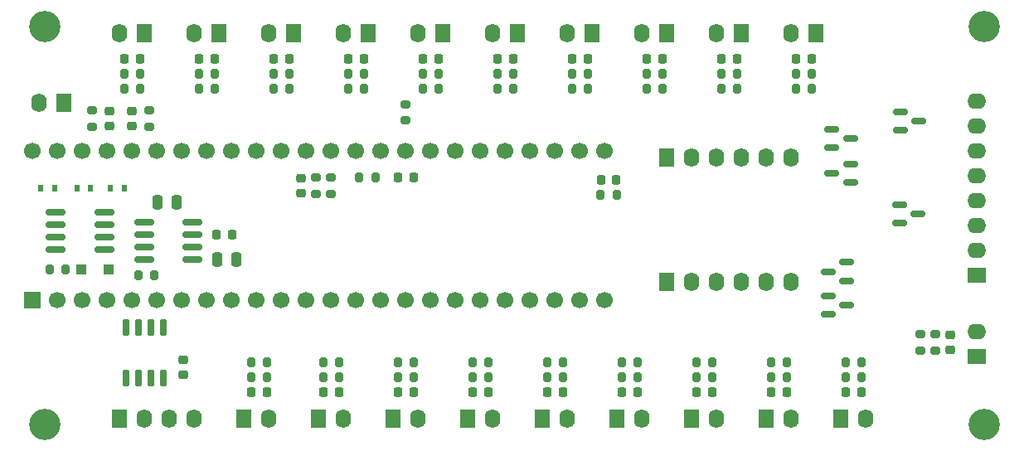
<source format=gbr>
%TF.GenerationSoftware,KiCad,Pcbnew,8.0.3-8.0.3-0~ubuntu22.04.1*%
%TF.CreationDate,2024-06-29T17:00:49-07:00*%
%TF.ProjectId,ButtonBd2,42757474-6f6e-4426-9432-2e6b69636164,2*%
%TF.SameCoordinates,Original*%
%TF.FileFunction,Soldermask,Bot*%
%TF.FilePolarity,Negative*%
%FSLAX46Y46*%
G04 Gerber Fmt 4.6, Leading zero omitted, Abs format (unit mm)*
G04 Created by KiCad (PCBNEW 8.0.3-8.0.3-0~ubuntu22.04.1) date 2024-06-29 17:00:49*
%MOMM*%
%LPD*%
G01*
G04 APERTURE LIST*
G04 Aperture macros list*
%AMRoundRect*
0 Rectangle with rounded corners*
0 $1 Rounding radius*
0 $2 $3 $4 $5 $6 $7 $8 $9 X,Y pos of 4 corners*
0 Add a 4 corners polygon primitive as box body*
4,1,4,$2,$3,$4,$5,$6,$7,$8,$9,$2,$3,0*
0 Add four circle primitives for the rounded corners*
1,1,$1+$1,$2,$3*
1,1,$1+$1,$4,$5*
1,1,$1+$1,$6,$7*
1,1,$1+$1,$8,$9*
0 Add four rect primitives between the rounded corners*
20,1,$1+$1,$2,$3,$4,$5,0*
20,1,$1+$1,$4,$5,$6,$7,0*
20,1,$1+$1,$6,$7,$8,$9,0*
20,1,$1+$1,$8,$9,$2,$3,0*%
G04 Aperture macros list end*
%ADD10R,1.600200X1.905000*%
%ADD11O,1.600200X1.905000*%
%ADD12R,1.905000X1.600200*%
%ADD13O,1.905000X1.600200*%
%ADD14C,3.200000*%
%ADD15R,1.700000X1.700000*%
%ADD16C,1.700000*%
%ADD17RoundRect,0.200000X0.200000X0.275000X-0.200000X0.275000X-0.200000X-0.275000X0.200000X-0.275000X0*%
%ADD18RoundRect,0.200000X0.275000X-0.200000X0.275000X0.200000X-0.275000X0.200000X-0.275000X-0.200000X0*%
%ADD19RoundRect,0.200000X-0.200000X-0.275000X0.200000X-0.275000X0.200000X0.275000X-0.200000X0.275000X0*%
%ADD20RoundRect,0.150000X0.825000X0.150000X-0.825000X0.150000X-0.825000X-0.150000X0.825000X-0.150000X0*%
%ADD21RoundRect,0.225000X-0.225000X-0.250000X0.225000X-0.250000X0.225000X0.250000X-0.225000X0.250000X0*%
%ADD22RoundRect,0.150000X0.587500X0.150000X-0.587500X0.150000X-0.587500X-0.150000X0.587500X-0.150000X0*%
%ADD23RoundRect,0.225000X0.250000X-0.225000X0.250000X0.225000X-0.250000X0.225000X-0.250000X-0.225000X0*%
%ADD24RoundRect,0.225000X0.225000X0.250000X-0.225000X0.250000X-0.225000X-0.250000X0.225000X-0.250000X0*%
%ADD25RoundRect,0.225000X-0.250000X0.225000X-0.250000X-0.225000X0.250000X-0.225000X0.250000X0.225000X0*%
%ADD26RoundRect,0.200000X-0.275000X0.200000X-0.275000X-0.200000X0.275000X-0.200000X0.275000X0.200000X0*%
%ADD27RoundRect,0.250000X-0.250000X-0.475000X0.250000X-0.475000X0.250000X0.475000X-0.250000X0.475000X0*%
%ADD28RoundRect,0.150000X-0.587500X-0.150000X0.587500X-0.150000X0.587500X0.150000X-0.587500X0.150000X0*%
%ADD29R,0.600000X0.700000*%
%ADD30RoundRect,0.150000X-0.825000X-0.150000X0.825000X-0.150000X0.825000X0.150000X-0.825000X0.150000X0*%
%ADD31R,1.100000X1.100000*%
%ADD32RoundRect,0.150000X-0.150000X0.725000X-0.150000X-0.725000X0.150000X-0.725000X0.150000X0.725000X0*%
G04 APERTURE END LIST*
D10*
%TO.C,J22*%
X113030000Y-100965000D03*
D11*
X115570000Y-100965000D03*
%TD*%
D10*
%TO.C,J24*%
X128270000Y-100965000D03*
D11*
X130810000Y-100965000D03*
%TD*%
D12*
%TO.C,J13*%
X149733000Y-86360000D03*
D13*
X149733000Y-83820000D03*
X149733000Y-81280000D03*
X149733000Y-78740000D03*
X149733000Y-76200000D03*
X149733000Y-73660000D03*
X149733000Y-71120000D03*
X149733000Y-68580000D03*
%TD*%
D10*
%TO.C,J6*%
X102870000Y-61595000D03*
D11*
X100330000Y-61595000D03*
%TD*%
D10*
%TO.C,J16*%
X62230000Y-100965000D03*
D11*
X64770000Y-100965000D03*
X67310000Y-100965000D03*
X69850000Y-100965000D03*
%TD*%
D14*
%TO.C,H2*%
X150495000Y-60960000D03*
%TD*%
D10*
%TO.C,J3*%
X80010000Y-61595000D03*
D11*
X77470000Y-61595000D03*
%TD*%
D12*
%TO.C,J15*%
X149733000Y-94615000D03*
D13*
X149733000Y-92075000D03*
%TD*%
D14*
%TO.C,H3*%
X54610000Y-101600000D03*
%TD*%
D10*
%TO.C,J12*%
X118110000Y-74295000D03*
D11*
X120650000Y-74295000D03*
X123190000Y-74295000D03*
X125730000Y-74295000D03*
X128270000Y-74295000D03*
X130810000Y-74295000D03*
%TD*%
D10*
%TO.C,J2*%
X72390000Y-61595000D03*
D11*
X69850000Y-61595000D03*
%TD*%
D10*
%TO.C,J19*%
X90170000Y-100965000D03*
D11*
X92710000Y-100965000D03*
%TD*%
D10*
%TO.C,J14*%
X118110000Y-86995000D03*
D11*
X120650000Y-86995000D03*
X123190000Y-86995000D03*
X125730000Y-86995000D03*
X128270000Y-86995000D03*
X130810000Y-86995000D03*
%TD*%
D10*
%TO.C,J18*%
X82550000Y-100965000D03*
D11*
X85090000Y-100965000D03*
%TD*%
D10*
%TO.C,J11*%
X56515000Y-68707000D03*
D11*
X53975000Y-68707000D03*
%TD*%
D10*
%TO.C,J4*%
X87630000Y-61595000D03*
D11*
X85090000Y-61595000D03*
%TD*%
D10*
%TO.C,J23*%
X120650000Y-100965000D03*
D11*
X123190000Y-100965000D03*
%TD*%
D14*
%TO.C,H4*%
X150495000Y-101600000D03*
%TD*%
D10*
%TO.C,J20*%
X97790000Y-100965000D03*
D11*
X100330000Y-100965000D03*
%TD*%
D10*
%TO.C,J10*%
X133350000Y-61595000D03*
D11*
X130810000Y-61595000D03*
%TD*%
D10*
%TO.C,J1*%
X64770000Y-61595000D03*
D11*
X62230000Y-61595000D03*
%TD*%
D10*
%TO.C,J8*%
X118110000Y-61595000D03*
D11*
X115570000Y-61595000D03*
%TD*%
D14*
%TO.C,H1*%
X54610000Y-60960000D03*
%TD*%
D10*
%TO.C,J9*%
X125730000Y-61595000D03*
D11*
X123190000Y-61595000D03*
%TD*%
D10*
%TO.C,J7*%
X110490000Y-61595000D03*
D11*
X107950000Y-61595000D03*
%TD*%
D10*
%TO.C,J17*%
X74930000Y-100965000D03*
D11*
X77470000Y-100965000D03*
%TD*%
D15*
%TO.C,U1*%
X53340000Y-88900000D03*
D16*
X55880000Y-88900000D03*
X58420000Y-88900000D03*
X60960000Y-88900000D03*
X63500000Y-88900000D03*
X66040000Y-88900000D03*
X68580000Y-88900000D03*
X71120000Y-88900000D03*
X73660000Y-88900000D03*
X76200000Y-88900000D03*
X78740000Y-88900000D03*
X81280000Y-88900000D03*
X83820000Y-88900000D03*
X86360000Y-88900000D03*
X88900000Y-88900000D03*
X91440000Y-88900000D03*
X93980000Y-88900000D03*
X96520000Y-88900000D03*
X99060000Y-88900000D03*
X101600000Y-88900000D03*
X104140000Y-88900000D03*
X106680000Y-88900000D03*
X109220000Y-88900000D03*
X111760000Y-88900000D03*
X111760000Y-73660000D03*
X109220000Y-73660000D03*
X106680000Y-73660000D03*
X104140000Y-73660000D03*
X101600000Y-73660000D03*
X99060000Y-73660000D03*
X96520000Y-73660000D03*
X93980000Y-73660000D03*
X91440000Y-73660000D03*
X88900000Y-73660000D03*
X86360000Y-73660000D03*
X83820000Y-73660000D03*
X81280000Y-73660000D03*
X78740000Y-73660000D03*
X76200000Y-73660000D03*
X73660000Y-73660000D03*
X71120000Y-73660000D03*
X68580000Y-73660000D03*
X66040000Y-73660000D03*
X63500000Y-73660000D03*
X60960000Y-73660000D03*
X58420000Y-73660000D03*
X55880000Y-73660000D03*
X53340000Y-73660000D03*
%TD*%
D10*
%TO.C,J21*%
X105410000Y-100965000D03*
D11*
X107950000Y-100965000D03*
%TD*%
D10*
%TO.C,J25*%
X135890000Y-100965000D03*
D11*
X138430000Y-100965000D03*
%TD*%
D10*
%TO.C,J5*%
X95250000Y-61595000D03*
D11*
X92710000Y-61595000D03*
%TD*%
D17*
%TO.C,R15*%
X87185000Y-65786000D03*
X85535000Y-65786000D03*
%TD*%
D18*
%TO.C,R31*%
X59436000Y-71183000D03*
X59436000Y-69533000D03*
%TD*%
D19*
%TO.C,R21*%
X116015000Y-67310000D03*
X117665000Y-67310000D03*
%TD*%
D20*
%TO.C,Q1*%
X60641000Y-79883000D03*
X60641000Y-81153000D03*
X60641000Y-82423000D03*
X60641000Y-83693000D03*
X55691000Y-83693000D03*
X55691000Y-82423000D03*
X55691000Y-81153000D03*
X55691000Y-79883000D03*
%TD*%
D19*
%TO.C,R57*%
X75629000Y-96774000D03*
X77279000Y-96774000D03*
%TD*%
%TO.C,R28*%
X62675000Y-67310000D03*
X64325000Y-67310000D03*
%TD*%
D21*
%TO.C,C9*%
X108445000Y-64262000D03*
X109995000Y-64262000D03*
%TD*%
D22*
%TO.C,D34*%
X136827500Y-74996000D03*
X136827500Y-76896000D03*
X134952500Y-75946000D03*
%TD*%
D19*
%TO.C,R50*%
X128715000Y-96774000D03*
X130365000Y-96774000D03*
%TD*%
D23*
%TO.C,C16*%
X63500000Y-71133000D03*
X63500000Y-69583000D03*
%TD*%
D17*
%TO.C,R36*%
X65785000Y-86360000D03*
X64135000Y-86360000D03*
%TD*%
%TO.C,R16*%
X79565000Y-65786000D03*
X77915000Y-65786000D03*
%TD*%
D19*
%TO.C,R55*%
X90615000Y-96774000D03*
X92265000Y-96774000D03*
%TD*%
D24*
%TO.C,C28*%
X122695000Y-98298000D03*
X121145000Y-98298000D03*
%TD*%
D21*
%TO.C,C22*%
X72123000Y-82169000D03*
X73673000Y-82169000D03*
%TD*%
D17*
%TO.C,R43*%
X115112254Y-95250000D03*
X113462254Y-95250000D03*
%TD*%
%TO.C,R46*%
X92265000Y-95250000D03*
X90615000Y-95250000D03*
%TD*%
%TO.C,R18*%
X64325000Y-65786000D03*
X62675000Y-65786000D03*
%TD*%
D19*
%TO.C,R24*%
X93155000Y-67310000D03*
X94805000Y-67310000D03*
%TD*%
D23*
%TO.C,C17*%
X61214000Y-71133000D03*
X61214000Y-69583000D03*
%TD*%
D18*
%TO.C,R38*%
X145542000Y-94043000D03*
X145542000Y-92393000D03*
%TD*%
D19*
%TO.C,R51*%
X121095000Y-96774000D03*
X122745000Y-96774000D03*
%TD*%
D18*
%TO.C,R29*%
X91440000Y-70548000D03*
X91440000Y-68898000D03*
%TD*%
D17*
%TO.C,R10*%
X125285000Y-65786000D03*
X123635000Y-65786000D03*
%TD*%
D25*
%TO.C,C20*%
X80772000Y-76428000D03*
X80772000Y-77978000D03*
%TD*%
D24*
%TO.C,C33*%
X84595000Y-98298000D03*
X83045000Y-98298000D03*
%TD*%
D26*
%TO.C,R33*%
X83820000Y-76391000D03*
X83820000Y-78041000D03*
%TD*%
D22*
%TO.C,D39*%
X136446500Y-85029000D03*
X136446500Y-86929000D03*
X134571500Y-85979000D03*
%TD*%
D27*
%TO.C,C21*%
X66106000Y-78867000D03*
X68006000Y-78867000D03*
%TD*%
D17*
%TO.C,R45*%
X99885000Y-95250000D03*
X98235000Y-95250000D03*
%TD*%
D28*
%TO.C,D32*%
X141937500Y-71562000D03*
X141937500Y-69662000D03*
X143812500Y-70612000D03*
%TD*%
D21*
%TO.C,C18*%
X90665000Y-76327000D03*
X92215000Y-76327000D03*
%TD*%
D29*
%TO.C,D37*%
X55564000Y-77470000D03*
X54164000Y-77470000D03*
%TD*%
D17*
%TO.C,R41*%
X130365000Y-95250000D03*
X128715000Y-95250000D03*
%TD*%
D19*
%TO.C,R49*%
X136335000Y-96774000D03*
X137985000Y-96774000D03*
%TD*%
D24*
%TO.C,C29*%
X115075000Y-98298000D03*
X113525000Y-98298000D03*
%TD*%
D30*
%TO.C,U2*%
X64708000Y-84709000D03*
X64708000Y-83439000D03*
X64708000Y-82169000D03*
X64708000Y-80899000D03*
X69658000Y-80899000D03*
X69658000Y-82169000D03*
X69658000Y-83439000D03*
X69658000Y-84709000D03*
%TD*%
D31*
%TO.C,D40*%
X58290000Y-85725000D03*
X61090000Y-85725000D03*
%TD*%
D17*
%TO.C,R40*%
X137985000Y-95250000D03*
X136335000Y-95250000D03*
%TD*%
D19*
%TO.C,R37*%
X55055000Y-85725000D03*
X56705000Y-85725000D03*
%TD*%
D26*
%TO.C,R39*%
X144018000Y-92393000D03*
X144018000Y-94043000D03*
%TD*%
D17*
%TO.C,R13*%
X102425000Y-65786000D03*
X100775000Y-65786000D03*
%TD*%
D28*
%TO.C,D41*%
X134571500Y-90358000D03*
X134571500Y-88458000D03*
X136446500Y-89408000D03*
%TD*%
D18*
%TO.C,R30*%
X65278000Y-71183000D03*
X65278000Y-69533000D03*
%TD*%
D24*
%TO.C,C31*%
X99835000Y-98298000D03*
X98285000Y-98298000D03*
%TD*%
D19*
%TO.C,R23*%
X100775000Y-67310000D03*
X102425000Y-67310000D03*
%TD*%
D21*
%TO.C,C11*%
X93205000Y-64262000D03*
X94755000Y-64262000D03*
%TD*%
D28*
%TO.C,D33*%
X134952500Y-73340000D03*
X134952500Y-71440000D03*
X136827500Y-72390000D03*
%TD*%
D17*
%TO.C,R47*%
X84645000Y-95250000D03*
X82995000Y-95250000D03*
%TD*%
%TO.C,R14*%
X94805000Y-65786000D03*
X93155000Y-65786000D03*
%TD*%
D21*
%TO.C,C12*%
X85585000Y-64262000D03*
X87135000Y-64262000D03*
%TD*%
D19*
%TO.C,R52*%
X113475000Y-96774000D03*
X115125000Y-96774000D03*
%TD*%
D29*
%TO.C,D35*%
X62676000Y-77470000D03*
X61276000Y-77470000D03*
%TD*%
D17*
%TO.C,R11*%
X117665000Y-65786000D03*
X116015000Y-65786000D03*
%TD*%
D19*
%TO.C,R19*%
X131255000Y-67310000D03*
X132905000Y-67310000D03*
%TD*%
%TO.C,R26*%
X77915000Y-67310000D03*
X79565000Y-67310000D03*
%TD*%
D17*
%TO.C,R32*%
X88328000Y-76327000D03*
X86678000Y-76327000D03*
%TD*%
D21*
%TO.C,C6*%
X131305000Y-64262000D03*
X132855000Y-64262000D03*
%TD*%
D17*
%TO.C,R42*%
X122745000Y-95250000D03*
X121095000Y-95250000D03*
%TD*%
%TO.C,R44*%
X107505000Y-95250000D03*
X105855000Y-95250000D03*
%TD*%
D21*
%TO.C,C8*%
X116065000Y-64262000D03*
X117615000Y-64262000D03*
%TD*%
D19*
%TO.C,R54*%
X98235000Y-96774000D03*
X99885000Y-96774000D03*
%TD*%
D21*
%TO.C,C14*%
X70345000Y-64262000D03*
X71895000Y-64262000D03*
%TD*%
D19*
%TO.C,R22*%
X108395000Y-67310000D03*
X110045000Y-67310000D03*
%TD*%
D32*
%TO.C,U3*%
X62865000Y-91659000D03*
X64135000Y-91659000D03*
X65405000Y-91659000D03*
X66675000Y-91659000D03*
X66675000Y-96809000D03*
X65405000Y-96809000D03*
X64135000Y-96809000D03*
X62865000Y-96809000D03*
%TD*%
D27*
%TO.C,C23*%
X72202000Y-84709000D03*
X74102000Y-84709000D03*
%TD*%
D19*
%TO.C,R20*%
X123635000Y-67310000D03*
X125285000Y-67310000D03*
%TD*%
D21*
%TO.C,C19*%
X111366000Y-76581000D03*
X112916000Y-76581000D03*
%TD*%
D19*
%TO.C,R35*%
X111316000Y-78105000D03*
X112966000Y-78105000D03*
%TD*%
D24*
%TO.C,C30*%
X107455000Y-98298000D03*
X105905000Y-98298000D03*
%TD*%
D19*
%TO.C,R27*%
X70295000Y-67310000D03*
X71945000Y-67310000D03*
%TD*%
D17*
%TO.C,R12*%
X110045000Y-65786000D03*
X108395000Y-65786000D03*
%TD*%
%TO.C,R9*%
X132905000Y-65786000D03*
X131255000Y-65786000D03*
%TD*%
D29*
%TO.C,D36*%
X57847000Y-77470000D03*
X59247000Y-77470000D03*
%TD*%
D17*
%TO.C,R17*%
X71945000Y-65786000D03*
X70295000Y-65786000D03*
%TD*%
D25*
%TO.C,C24*%
X147066000Y-92443000D03*
X147066000Y-93993000D03*
%TD*%
D23*
%TO.C,C25*%
X68707000Y-96533000D03*
X68707000Y-94983000D03*
%TD*%
D24*
%TO.C,C26*%
X137935000Y-98298000D03*
X136385000Y-98298000D03*
%TD*%
D21*
%TO.C,C15*%
X62725000Y-64262000D03*
X64275000Y-64262000D03*
%TD*%
D24*
%TO.C,C34*%
X77229000Y-98298000D03*
X75679000Y-98298000D03*
%TD*%
%TO.C,C32*%
X92215000Y-98298000D03*
X90665000Y-98298000D03*
%TD*%
D19*
%TO.C,R25*%
X85535000Y-67310000D03*
X87185000Y-67310000D03*
%TD*%
D21*
%TO.C,C10*%
X100838000Y-64262000D03*
X102388000Y-64262000D03*
%TD*%
D19*
%TO.C,R56*%
X82995000Y-96774000D03*
X84645000Y-96774000D03*
%TD*%
%TO.C,R53*%
X105855000Y-96774000D03*
X107505000Y-96774000D03*
%TD*%
D21*
%TO.C,C7*%
X123685000Y-64262000D03*
X125235000Y-64262000D03*
%TD*%
D28*
%TO.C,D38*%
X141889000Y-81026000D03*
X141889000Y-79126000D03*
X143764000Y-80076000D03*
%TD*%
D17*
%TO.C,R48*%
X77279000Y-95250000D03*
X75629000Y-95250000D03*
%TD*%
D24*
%TO.C,C27*%
X130315000Y-98298000D03*
X128765000Y-98298000D03*
%TD*%
D21*
%TO.C,C13*%
X77965000Y-64262000D03*
X79515000Y-64262000D03*
%TD*%
D26*
%TO.C,R34*%
X82296000Y-76391000D03*
X82296000Y-78041000D03*
%TD*%
M02*

</source>
